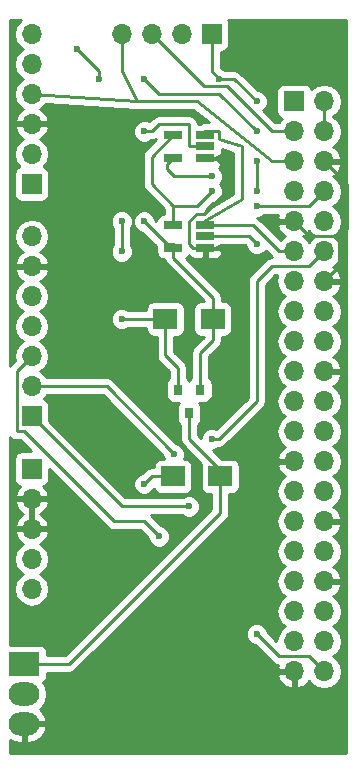
<source format=gbr>
G04 #@! TF.FileFunction,Copper,L2,Bot,Signal*
%FSLAX46Y46*%
G04 Gerber Fmt 4.6, Leading zero omitted, Abs format (unit mm)*
G04 Created by KiCad (PCBNEW 4.0.7) date Thursday, August 30, 2018 'PMt' 07:12:51 PM*
%MOMM*%
%LPD*%
G01*
G04 APERTURE LIST*
%ADD10C,0.100000*%
%ADD11R,2.000000X1.700000*%
%ADD12R,1.700000X1.700000*%
%ADD13O,1.700000X1.700000*%
%ADD14R,0.800000X0.900000*%
%ADD15R,1.560000X0.650000*%
%ADD16R,2.600000X2.000000*%
%ADD17O,2.600000X2.000000*%
%ADD18C,0.600000*%
%ADD19C,0.250000*%
%ADD20C,0.254000*%
G04 APERTURE END LIST*
D10*
D11*
X148495000Y-93980000D03*
X152495000Y-93980000D03*
X147860000Y-80645000D03*
X151860000Y-80645000D03*
D12*
X158750000Y-62230000D03*
D13*
X161290000Y-62230000D03*
X158750000Y-64770000D03*
X161290000Y-64770000D03*
X158750000Y-67310000D03*
X161290000Y-67310000D03*
X158750000Y-69850000D03*
X161290000Y-69850000D03*
X158750000Y-72390000D03*
X161290000Y-72390000D03*
X158750000Y-74930000D03*
X161290000Y-74930000D03*
X158750000Y-77470000D03*
X161290000Y-77470000D03*
X158750000Y-80010000D03*
X161290000Y-80010000D03*
X158750000Y-82550000D03*
X161290000Y-82550000D03*
X158750000Y-85090000D03*
X161290000Y-85090000D03*
X158750000Y-87630000D03*
X161290000Y-87630000D03*
X158750000Y-90170000D03*
X161290000Y-90170000D03*
X158750000Y-92710000D03*
X161290000Y-92710000D03*
X158750000Y-95250000D03*
X161290000Y-95250000D03*
X158750000Y-97790000D03*
X161290000Y-97790000D03*
X158750000Y-100330000D03*
X161290000Y-100330000D03*
X158750000Y-102870000D03*
X161290000Y-102870000D03*
X158750000Y-105410000D03*
X161290000Y-105410000D03*
X158750000Y-107950000D03*
X161290000Y-107950000D03*
X158750000Y-110490000D03*
X161290000Y-110490000D03*
D14*
X148910000Y-86630000D03*
X150810000Y-86630000D03*
X149860000Y-88630000D03*
D15*
X151210000Y-65090000D03*
X151210000Y-66040000D03*
X151210000Y-66990000D03*
X148510000Y-66990000D03*
X148510000Y-65090000D03*
X151210000Y-72710000D03*
X151210000Y-73660000D03*
X151210000Y-74610000D03*
X148510000Y-74610000D03*
X148510000Y-72710000D03*
D12*
X136525000Y-69215000D03*
D13*
X136525000Y-66675000D03*
X136525000Y-64135000D03*
X136525000Y-61595000D03*
X136525000Y-59055000D03*
X136525000Y-56515000D03*
D12*
X136525000Y-88900000D03*
D13*
X136525000Y-86360000D03*
X136525000Y-83820000D03*
X136525000Y-81280000D03*
X136525000Y-78740000D03*
X136525000Y-76200000D03*
X136525000Y-73660000D03*
D16*
X135890000Y-109855000D03*
D17*
X135890000Y-112395000D03*
X135890000Y-114935000D03*
D12*
X136525000Y-93345000D03*
D13*
X136525000Y-95885000D03*
X136525000Y-98425000D03*
X136525000Y-100965000D03*
X136525000Y-103505000D03*
D12*
X151765000Y-56515000D03*
D13*
X149225000Y-56515000D03*
X146685000Y-56515000D03*
X144145000Y-56515000D03*
D18*
X154305000Y-85090000D03*
X146050000Y-94615000D03*
X144145000Y-80645000D03*
X144145000Y-74930000D03*
X144145000Y-72390000D03*
X152400000Y-60325000D03*
X155575000Y-62230000D03*
X151765000Y-68580000D03*
X148590000Y-92075000D03*
X151765000Y-90805000D03*
X155575000Y-69850000D03*
X155575000Y-67310000D03*
X155575000Y-64770000D03*
X146050000Y-60325000D03*
X142240000Y-60325000D03*
X140335000Y-57785000D03*
X149860000Y-96520000D03*
X155575000Y-107315000D03*
X147320000Y-99060000D03*
X155575000Y-71120000D03*
X155575000Y-74295000D03*
X146050000Y-64770000D03*
X146050000Y-72390000D03*
X151765000Y-69850000D03*
D19*
X151210000Y-66990000D02*
X152080000Y-66990000D01*
X150175000Y-74610000D02*
X151210000Y-74610000D01*
X149860000Y-74295000D02*
X150175000Y-74610000D01*
X149860000Y-72390000D02*
X149860000Y-74295000D01*
X150495000Y-71755000D02*
X149860000Y-72390000D01*
X151130000Y-71755000D02*
X150495000Y-71755000D01*
X153035000Y-69850000D02*
X151130000Y-71755000D01*
X153035000Y-67945000D02*
X153035000Y-69850000D01*
X152080000Y-66990000D02*
X153035000Y-67945000D01*
X158750000Y-72390000D02*
X160020000Y-73660000D01*
X160020000Y-73660000D02*
X162560000Y-73660000D01*
X162560000Y-73660000D02*
X163195000Y-73025000D01*
X163195000Y-73025000D02*
X163195000Y-69215000D01*
X163195000Y-69215000D02*
X161290000Y-67310000D01*
X151210000Y-74610000D02*
X151210000Y-76915000D01*
X154305000Y-80010000D02*
X154305000Y-85090000D01*
X151210000Y-76915000D02*
X154305000Y-80010000D01*
X160020000Y-73660000D02*
X162560000Y-73660000D01*
X162560000Y-73660000D02*
X162560000Y-76200000D01*
X162560000Y-76200000D02*
X161290000Y-77470000D01*
X161290000Y-64770000D02*
X161290000Y-62230000D01*
X148495000Y-93980000D02*
X146685000Y-93980000D01*
X146685000Y-93980000D02*
X146050000Y-94615000D01*
X146685000Y-56515000D02*
X151130000Y-60960000D01*
X156845000Y-64770000D02*
X158750000Y-64770000D01*
X153035000Y-60960000D02*
X156845000Y-64770000D01*
X151130000Y-60960000D02*
X153035000Y-60960000D01*
X144145000Y-56515000D02*
X144145000Y-59690000D01*
X144145000Y-59690000D02*
X145415000Y-62230000D01*
X158750000Y-67310000D02*
X156845000Y-67310000D01*
X150495000Y-62230000D02*
X145415000Y-62230000D01*
X145415000Y-62230000D02*
X136525000Y-61595000D01*
X156845000Y-67310000D02*
X150495000Y-62230000D01*
X151765000Y-56515000D02*
X151765000Y-59690000D01*
X151765000Y-59690000D02*
X152400000Y-60325000D01*
X147860000Y-80645000D02*
X144145000Y-80645000D01*
X148910000Y-86630000D02*
X148910000Y-84775000D01*
X147860000Y-83725000D02*
X147860000Y-80645000D01*
X148910000Y-84775000D02*
X147860000Y-83725000D01*
X144145000Y-74930000D02*
X144145000Y-72390000D01*
X153670000Y-60325000D02*
X152400000Y-60325000D01*
X155575000Y-62230000D02*
X153670000Y-60325000D01*
X147955000Y-67545000D02*
X148510000Y-66990000D01*
X147955000Y-67945000D02*
X147955000Y-67545000D01*
X148590000Y-68580000D02*
X147955000Y-67945000D01*
X151765000Y-68580000D02*
X148590000Y-68580000D01*
X161290000Y-74930000D02*
X160020000Y-76200000D01*
X142875000Y-86360000D02*
X136525000Y-86360000D01*
X148590000Y-92075000D02*
X142875000Y-86360000D01*
X152400000Y-90805000D02*
X151765000Y-90805000D01*
X155575000Y-87630000D02*
X152400000Y-90805000D01*
X155575000Y-77470000D02*
X155575000Y-87630000D01*
X156845000Y-76200000D02*
X155575000Y-77470000D01*
X160020000Y-76200000D02*
X156845000Y-76200000D01*
X155575000Y-67310000D02*
X155575000Y-69850000D01*
X152400000Y-61595000D02*
X155575000Y-64770000D01*
X147320000Y-61595000D02*
X152400000Y-61595000D01*
X146050000Y-60325000D02*
X147320000Y-61595000D01*
X142240000Y-59690000D02*
X142240000Y-60325000D01*
X140335000Y-57785000D02*
X142240000Y-59690000D01*
X136525000Y-88900000D02*
X144145000Y-96520000D01*
X144145000Y-96520000D02*
X149860000Y-96520000D01*
X161290000Y-110490000D02*
X160020000Y-109220000D01*
X160020000Y-109220000D02*
X157480000Y-109220000D01*
X157480000Y-109220000D02*
X155575000Y-107315000D01*
X147320000Y-99060000D02*
X146050000Y-97790000D01*
X146050000Y-97790000D02*
X143510000Y-97790000D01*
X143510000Y-97790000D02*
X135890000Y-90170000D01*
X135890000Y-90170000D02*
X135255000Y-90170000D01*
X135255000Y-90170000D02*
X135255000Y-85090000D01*
X135255000Y-85090000D02*
X136525000Y-83820000D01*
X151210000Y-73660000D02*
X154940000Y-73660000D01*
X160020000Y-71120000D02*
X161290000Y-69850000D01*
X155575000Y-71120000D02*
X160020000Y-71120000D01*
X154940000Y-73660000D02*
X155575000Y-74295000D01*
X135890000Y-109855000D02*
X139700000Y-109855000D01*
X152495000Y-97060000D02*
X152495000Y-93440000D01*
X139700000Y-109855000D02*
X152495000Y-97060000D01*
X152495000Y-93440000D02*
X149860000Y-90805000D01*
X149860000Y-90805000D02*
X149860000Y-88630000D01*
X151130000Y-72390000D02*
X154305000Y-70485000D01*
X154305000Y-70485000D02*
X154305000Y-66040000D01*
X154305000Y-66040000D02*
X152400000Y-65405000D01*
X152400000Y-65405000D02*
X152400000Y-64770000D01*
X152400000Y-64770000D02*
X151130000Y-64770000D01*
X151210000Y-72710000D02*
X155260000Y-72710000D01*
X157480000Y-74930000D02*
X158750000Y-74930000D01*
X155260000Y-72710000D02*
X157480000Y-74930000D01*
X151210000Y-66040000D02*
X149860000Y-66040000D01*
X149860000Y-66040000D02*
X149860000Y-64135000D01*
X149860000Y-64135000D02*
X147320000Y-64135000D01*
X147320000Y-64135000D02*
X146685000Y-64770000D01*
X146685000Y-64770000D02*
X146050000Y-64770000D01*
X146050000Y-72390000D02*
X147955000Y-74295000D01*
X147955000Y-74295000D02*
X148590000Y-74295000D01*
X148590000Y-74295000D02*
X148510000Y-74610000D01*
X148510000Y-74610000D02*
X148510000Y-75485000D01*
X151860000Y-78835000D02*
X151860000Y-80645000D01*
X148510000Y-75485000D02*
X151860000Y-78835000D01*
X150810000Y-86630000D02*
X150810000Y-83505000D01*
X151860000Y-82455000D02*
X151860000Y-80645000D01*
X150810000Y-83505000D02*
X151860000Y-82455000D01*
X150495000Y-71120000D02*
X148510000Y-71120000D01*
X151765000Y-69850000D02*
X150495000Y-71120000D01*
X148510000Y-72710000D02*
X148510000Y-71120000D01*
X148510000Y-71120000D02*
X148510000Y-71040000D01*
X146685000Y-66915000D02*
X148510000Y-65090000D01*
X146685000Y-69215000D02*
X146685000Y-66915000D01*
X148510000Y-71040000D02*
X146685000Y-69215000D01*
D20*
G36*
X163120000Y-117400000D02*
X134695000Y-117400000D01*
X134695000Y-116277382D01*
X134846980Y-116396942D01*
X135463000Y-116570000D01*
X135763000Y-116570000D01*
X135763000Y-115062000D01*
X136017000Y-115062000D01*
X136017000Y-116570000D01*
X136317000Y-116570000D01*
X136933020Y-116396942D01*
X137435922Y-116001317D01*
X137749144Y-115443355D01*
X137780124Y-115315434D01*
X137660777Y-115062000D01*
X136017000Y-115062000D01*
X135763000Y-115062000D01*
X135743000Y-115062000D01*
X135743000Y-114808000D01*
X135763000Y-114808000D01*
X135763000Y-114788000D01*
X136017000Y-114788000D01*
X136017000Y-114808000D01*
X137660777Y-114808000D01*
X137780124Y-114554566D01*
X137749144Y-114426645D01*
X137435922Y-113868683D01*
X137193812Y-113678219D01*
X137384029Y-113551120D01*
X137738452Y-113020687D01*
X137862909Y-112395000D01*
X137738452Y-111769313D01*
X137498907Y-111410808D01*
X137641441Y-111319090D01*
X137786431Y-111106890D01*
X137837440Y-110855000D01*
X137837440Y-110846890D01*
X157308524Y-110846890D01*
X157478355Y-111256924D01*
X157868642Y-111685183D01*
X158393108Y-111931486D01*
X158623000Y-111810819D01*
X158623000Y-110617000D01*
X157429845Y-110617000D01*
X157308524Y-110846890D01*
X137837440Y-110846890D01*
X137837440Y-110615000D01*
X139700000Y-110615000D01*
X139990839Y-110557148D01*
X140237401Y-110392401D01*
X153032401Y-97597401D01*
X153197148Y-97350839D01*
X153255000Y-97060000D01*
X153255000Y-95477440D01*
X153495000Y-95477440D01*
X153730317Y-95433162D01*
X153946441Y-95294090D01*
X154091431Y-95081890D01*
X154142440Y-94830000D01*
X154142440Y-93130000D01*
X154098162Y-92894683D01*
X153959090Y-92678559D01*
X153746890Y-92533569D01*
X153495000Y-92482560D01*
X152612362Y-92482560D01*
X151869894Y-91740092D01*
X151950167Y-91740162D01*
X152293943Y-91598117D01*
X152327118Y-91565000D01*
X152400000Y-91565000D01*
X152690839Y-91507148D01*
X152937401Y-91342401D01*
X156112401Y-88167401D01*
X156277148Y-87920839D01*
X156335000Y-87630000D01*
X156335000Y-77784802D01*
X157159802Y-76960000D01*
X157337352Y-76960000D01*
X157235907Y-77470000D01*
X157348946Y-78038285D01*
X157670853Y-78520054D01*
X158000026Y-78740000D01*
X157670853Y-78959946D01*
X157348946Y-79441715D01*
X157235907Y-80010000D01*
X157348946Y-80578285D01*
X157670853Y-81060054D01*
X158000026Y-81280000D01*
X157670853Y-81499946D01*
X157348946Y-81981715D01*
X157235907Y-82550000D01*
X157348946Y-83118285D01*
X157670853Y-83600054D01*
X158000026Y-83820000D01*
X157670853Y-84039946D01*
X157348946Y-84521715D01*
X157235907Y-85090000D01*
X157348946Y-85658285D01*
X157670853Y-86140054D01*
X158000026Y-86360000D01*
X157670853Y-86579946D01*
X157348946Y-87061715D01*
X157235907Y-87630000D01*
X157348946Y-88198285D01*
X157670853Y-88680054D01*
X158000026Y-88900000D01*
X157670853Y-89119946D01*
X157348946Y-89601715D01*
X157235907Y-90170000D01*
X157348946Y-90738285D01*
X157670853Y-91220054D01*
X158011553Y-91447702D01*
X157868642Y-91514817D01*
X157478355Y-91943076D01*
X157308524Y-92353110D01*
X157429845Y-92583000D01*
X158623000Y-92583000D01*
X158623000Y-92563000D01*
X158877000Y-92563000D01*
X158877000Y-92583000D01*
X158897000Y-92583000D01*
X158897000Y-92837000D01*
X158877000Y-92837000D01*
X158877000Y-92857000D01*
X158623000Y-92857000D01*
X158623000Y-92837000D01*
X157429845Y-92837000D01*
X157308524Y-93066890D01*
X157478355Y-93476924D01*
X157868642Y-93905183D01*
X158011553Y-93972298D01*
X157670853Y-94199946D01*
X157348946Y-94681715D01*
X157235907Y-95250000D01*
X157348946Y-95818285D01*
X157670853Y-96300054D01*
X158000026Y-96520000D01*
X157670853Y-96739946D01*
X157348946Y-97221715D01*
X157235907Y-97790000D01*
X157348946Y-98358285D01*
X157670853Y-98840054D01*
X158000026Y-99060000D01*
X157670853Y-99279946D01*
X157348946Y-99761715D01*
X157235907Y-100330000D01*
X157348946Y-100898285D01*
X157670853Y-101380054D01*
X158000026Y-101600000D01*
X157670853Y-101819946D01*
X157348946Y-102301715D01*
X157235907Y-102870000D01*
X157348946Y-103438285D01*
X157670853Y-103920054D01*
X158000026Y-104140000D01*
X157670853Y-104359946D01*
X157348946Y-104841715D01*
X157235907Y-105410000D01*
X157348946Y-105978285D01*
X157670853Y-106460054D01*
X158000026Y-106680000D01*
X157670853Y-106899946D01*
X157348946Y-107381715D01*
X157244019Y-107909217D01*
X156510122Y-107175320D01*
X156510162Y-107129833D01*
X156368117Y-106786057D01*
X156105327Y-106522808D01*
X155761799Y-106380162D01*
X155389833Y-106379838D01*
X155046057Y-106521883D01*
X154782808Y-106784673D01*
X154640162Y-107128201D01*
X154639838Y-107500167D01*
X154781883Y-107843943D01*
X155044673Y-108107192D01*
X155388201Y-108249838D01*
X155435077Y-108249879D01*
X156942599Y-109757401D01*
X157189161Y-109922148D01*
X157380165Y-109960141D01*
X157308524Y-110133110D01*
X157429845Y-110363000D01*
X158623000Y-110363000D01*
X158623000Y-110343000D01*
X158877000Y-110343000D01*
X158877000Y-110363000D01*
X158897000Y-110363000D01*
X158897000Y-110617000D01*
X158877000Y-110617000D01*
X158877000Y-111810819D01*
X159106892Y-111931486D01*
X159631358Y-111685183D01*
X160021645Y-111256924D01*
X160021655Y-111256899D01*
X160210853Y-111540054D01*
X160692622Y-111861961D01*
X161260907Y-111975000D01*
X161319093Y-111975000D01*
X161887378Y-111861961D01*
X162369147Y-111540054D01*
X162691054Y-111058285D01*
X162804093Y-110490000D01*
X162691054Y-109921715D01*
X162369147Y-109439946D01*
X162039974Y-109220000D01*
X162369147Y-109000054D01*
X162691054Y-108518285D01*
X162804093Y-107950000D01*
X162691054Y-107381715D01*
X162369147Y-106899946D01*
X162039974Y-106680000D01*
X162369147Y-106460054D01*
X162691054Y-105978285D01*
X162804093Y-105410000D01*
X162691054Y-104841715D01*
X162369147Y-104359946D01*
X162028447Y-104132298D01*
X162171358Y-104065183D01*
X162561645Y-103636924D01*
X162731476Y-103226890D01*
X162610155Y-102997000D01*
X161417000Y-102997000D01*
X161417000Y-103017000D01*
X161163000Y-103017000D01*
X161163000Y-102997000D01*
X161143000Y-102997000D01*
X161143000Y-102743000D01*
X161163000Y-102743000D01*
X161163000Y-102723000D01*
X161417000Y-102723000D01*
X161417000Y-102743000D01*
X162610155Y-102743000D01*
X162731476Y-102513110D01*
X162561645Y-102103076D01*
X162171358Y-101674817D01*
X162028447Y-101607702D01*
X162369147Y-101380054D01*
X162691054Y-100898285D01*
X162804093Y-100330000D01*
X162691054Y-99761715D01*
X162369147Y-99279946D01*
X162028447Y-99052298D01*
X162171358Y-98985183D01*
X162561645Y-98556924D01*
X162731476Y-98146890D01*
X162610155Y-97917000D01*
X161417000Y-97917000D01*
X161417000Y-97937000D01*
X161163000Y-97937000D01*
X161163000Y-97917000D01*
X161143000Y-97917000D01*
X161143000Y-97663000D01*
X161163000Y-97663000D01*
X161163000Y-97643000D01*
X161417000Y-97643000D01*
X161417000Y-97663000D01*
X162610155Y-97663000D01*
X162731476Y-97433110D01*
X162561645Y-97023076D01*
X162171358Y-96594817D01*
X162028447Y-96527702D01*
X162369147Y-96300054D01*
X162691054Y-95818285D01*
X162804093Y-95250000D01*
X162691054Y-94681715D01*
X162369147Y-94199946D01*
X162039974Y-93980000D01*
X162369147Y-93760054D01*
X162691054Y-93278285D01*
X162804093Y-92710000D01*
X162691054Y-92141715D01*
X162369147Y-91659946D01*
X162039974Y-91440000D01*
X162369147Y-91220054D01*
X162691054Y-90738285D01*
X162804093Y-90170000D01*
X162691054Y-89601715D01*
X162369147Y-89119946D01*
X162039974Y-88900000D01*
X162369147Y-88680054D01*
X162691054Y-88198285D01*
X162804093Y-87630000D01*
X162691054Y-87061715D01*
X162369147Y-86579946D01*
X162028447Y-86352298D01*
X162171358Y-86285183D01*
X162561645Y-85856924D01*
X162731476Y-85446890D01*
X162610155Y-85217000D01*
X161417000Y-85217000D01*
X161417000Y-85237000D01*
X161163000Y-85237000D01*
X161163000Y-85217000D01*
X161143000Y-85217000D01*
X161143000Y-84963000D01*
X161163000Y-84963000D01*
X161163000Y-84943000D01*
X161417000Y-84943000D01*
X161417000Y-84963000D01*
X162610155Y-84963000D01*
X162731476Y-84733110D01*
X162561645Y-84323076D01*
X162171358Y-83894817D01*
X162028447Y-83827702D01*
X162369147Y-83600054D01*
X162691054Y-83118285D01*
X162804093Y-82550000D01*
X162691054Y-81981715D01*
X162369147Y-81499946D01*
X162039974Y-81280000D01*
X162369147Y-81060054D01*
X162691054Y-80578285D01*
X162804093Y-80010000D01*
X162691054Y-79441715D01*
X162369147Y-78959946D01*
X162028447Y-78732298D01*
X162171358Y-78665183D01*
X162561645Y-78236924D01*
X162731476Y-77826890D01*
X162610155Y-77597000D01*
X161417000Y-77597000D01*
X161417000Y-77617000D01*
X161163000Y-77617000D01*
X161163000Y-77597000D01*
X161143000Y-77597000D01*
X161143000Y-77343000D01*
X161163000Y-77343000D01*
X161163000Y-77323000D01*
X161417000Y-77323000D01*
X161417000Y-77343000D01*
X162610155Y-77343000D01*
X162731476Y-77113110D01*
X162561645Y-76703076D01*
X162171358Y-76274817D01*
X162028447Y-76207702D01*
X162369147Y-75980054D01*
X162691054Y-75498285D01*
X162804093Y-74930000D01*
X162691054Y-74361715D01*
X162369147Y-73879946D01*
X162039974Y-73660000D01*
X162369147Y-73440054D01*
X162691054Y-72958285D01*
X162804093Y-72390000D01*
X162691054Y-71821715D01*
X162369147Y-71339946D01*
X162039974Y-71120000D01*
X162369147Y-70900054D01*
X162691054Y-70418285D01*
X162804093Y-69850000D01*
X162691054Y-69281715D01*
X162369147Y-68799946D01*
X162028447Y-68572298D01*
X162171358Y-68505183D01*
X162561645Y-68076924D01*
X162731476Y-67666890D01*
X162610155Y-67437000D01*
X161417000Y-67437000D01*
X161417000Y-67457000D01*
X161163000Y-67457000D01*
X161163000Y-67437000D01*
X161143000Y-67437000D01*
X161143000Y-67183000D01*
X161163000Y-67183000D01*
X161163000Y-67163000D01*
X161417000Y-67163000D01*
X161417000Y-67183000D01*
X162610155Y-67183000D01*
X162731476Y-66953110D01*
X162561645Y-66543076D01*
X162171358Y-66114817D01*
X162028447Y-66047702D01*
X162369147Y-65820054D01*
X162691054Y-65338285D01*
X162804093Y-64770000D01*
X162691054Y-64201715D01*
X162369147Y-63719946D01*
X162050000Y-63506699D01*
X162050000Y-63493301D01*
X162369147Y-63280054D01*
X162691054Y-62798285D01*
X162804093Y-62230000D01*
X162691054Y-61661715D01*
X162369147Y-61179946D01*
X161887378Y-60858039D01*
X161319093Y-60745000D01*
X161260907Y-60745000D01*
X160692622Y-60858039D01*
X160210853Y-61179946D01*
X160210029Y-61181179D01*
X160203162Y-61144683D01*
X160064090Y-60928559D01*
X159851890Y-60783569D01*
X159600000Y-60732560D01*
X157900000Y-60732560D01*
X157664683Y-60776838D01*
X157448559Y-60915910D01*
X157303569Y-61128110D01*
X157252560Y-61380000D01*
X157252560Y-63080000D01*
X157296838Y-63315317D01*
X157435910Y-63531441D01*
X157648110Y-63676431D01*
X157715541Y-63690086D01*
X157670853Y-63719946D01*
X157477046Y-64010000D01*
X157159802Y-64010000D01*
X156138461Y-62988659D01*
X156367192Y-62760327D01*
X156509838Y-62416799D01*
X156510162Y-62044833D01*
X156368117Y-61701057D01*
X156105327Y-61437808D01*
X155761799Y-61295162D01*
X155714923Y-61295121D01*
X154207401Y-59787599D01*
X153960839Y-59622852D01*
X153670000Y-59565000D01*
X152962463Y-59565000D01*
X152930327Y-59532808D01*
X152586799Y-59390162D01*
X152539923Y-59390121D01*
X152525000Y-59375198D01*
X152525000Y-58012440D01*
X152615000Y-58012440D01*
X152850317Y-57968162D01*
X153066441Y-57829090D01*
X153211431Y-57616890D01*
X153262440Y-57365000D01*
X153262440Y-55665000D01*
X153218162Y-55429683D01*
X153147583Y-55320000D01*
X163120000Y-55320000D01*
X163120000Y-117400000D01*
X163120000Y-117400000D01*
G37*
X163120000Y-117400000D02*
X134695000Y-117400000D01*
X134695000Y-116277382D01*
X134846980Y-116396942D01*
X135463000Y-116570000D01*
X135763000Y-116570000D01*
X135763000Y-115062000D01*
X136017000Y-115062000D01*
X136017000Y-116570000D01*
X136317000Y-116570000D01*
X136933020Y-116396942D01*
X137435922Y-116001317D01*
X137749144Y-115443355D01*
X137780124Y-115315434D01*
X137660777Y-115062000D01*
X136017000Y-115062000D01*
X135763000Y-115062000D01*
X135743000Y-115062000D01*
X135743000Y-114808000D01*
X135763000Y-114808000D01*
X135763000Y-114788000D01*
X136017000Y-114788000D01*
X136017000Y-114808000D01*
X137660777Y-114808000D01*
X137780124Y-114554566D01*
X137749144Y-114426645D01*
X137435922Y-113868683D01*
X137193812Y-113678219D01*
X137384029Y-113551120D01*
X137738452Y-113020687D01*
X137862909Y-112395000D01*
X137738452Y-111769313D01*
X137498907Y-111410808D01*
X137641441Y-111319090D01*
X137786431Y-111106890D01*
X137837440Y-110855000D01*
X137837440Y-110846890D01*
X157308524Y-110846890D01*
X157478355Y-111256924D01*
X157868642Y-111685183D01*
X158393108Y-111931486D01*
X158623000Y-111810819D01*
X158623000Y-110617000D01*
X157429845Y-110617000D01*
X157308524Y-110846890D01*
X137837440Y-110846890D01*
X137837440Y-110615000D01*
X139700000Y-110615000D01*
X139990839Y-110557148D01*
X140237401Y-110392401D01*
X153032401Y-97597401D01*
X153197148Y-97350839D01*
X153255000Y-97060000D01*
X153255000Y-95477440D01*
X153495000Y-95477440D01*
X153730317Y-95433162D01*
X153946441Y-95294090D01*
X154091431Y-95081890D01*
X154142440Y-94830000D01*
X154142440Y-93130000D01*
X154098162Y-92894683D01*
X153959090Y-92678559D01*
X153746890Y-92533569D01*
X153495000Y-92482560D01*
X152612362Y-92482560D01*
X151869894Y-91740092D01*
X151950167Y-91740162D01*
X152293943Y-91598117D01*
X152327118Y-91565000D01*
X152400000Y-91565000D01*
X152690839Y-91507148D01*
X152937401Y-91342401D01*
X156112401Y-88167401D01*
X156277148Y-87920839D01*
X156335000Y-87630000D01*
X156335000Y-77784802D01*
X157159802Y-76960000D01*
X157337352Y-76960000D01*
X157235907Y-77470000D01*
X157348946Y-78038285D01*
X157670853Y-78520054D01*
X158000026Y-78740000D01*
X157670853Y-78959946D01*
X157348946Y-79441715D01*
X157235907Y-80010000D01*
X157348946Y-80578285D01*
X157670853Y-81060054D01*
X158000026Y-81280000D01*
X157670853Y-81499946D01*
X157348946Y-81981715D01*
X157235907Y-82550000D01*
X157348946Y-83118285D01*
X157670853Y-83600054D01*
X158000026Y-83820000D01*
X157670853Y-84039946D01*
X157348946Y-84521715D01*
X157235907Y-85090000D01*
X157348946Y-85658285D01*
X157670853Y-86140054D01*
X158000026Y-86360000D01*
X157670853Y-86579946D01*
X157348946Y-87061715D01*
X157235907Y-87630000D01*
X157348946Y-88198285D01*
X157670853Y-88680054D01*
X158000026Y-88900000D01*
X157670853Y-89119946D01*
X157348946Y-89601715D01*
X157235907Y-90170000D01*
X157348946Y-90738285D01*
X157670853Y-91220054D01*
X158011553Y-91447702D01*
X157868642Y-91514817D01*
X157478355Y-91943076D01*
X157308524Y-92353110D01*
X157429845Y-92583000D01*
X158623000Y-92583000D01*
X158623000Y-92563000D01*
X158877000Y-92563000D01*
X158877000Y-92583000D01*
X158897000Y-92583000D01*
X158897000Y-92837000D01*
X158877000Y-92837000D01*
X158877000Y-92857000D01*
X158623000Y-92857000D01*
X158623000Y-92837000D01*
X157429845Y-92837000D01*
X157308524Y-93066890D01*
X157478355Y-93476924D01*
X157868642Y-93905183D01*
X158011553Y-93972298D01*
X157670853Y-94199946D01*
X157348946Y-94681715D01*
X157235907Y-95250000D01*
X157348946Y-95818285D01*
X157670853Y-96300054D01*
X158000026Y-96520000D01*
X157670853Y-96739946D01*
X157348946Y-97221715D01*
X157235907Y-97790000D01*
X157348946Y-98358285D01*
X157670853Y-98840054D01*
X158000026Y-99060000D01*
X157670853Y-99279946D01*
X157348946Y-99761715D01*
X157235907Y-100330000D01*
X157348946Y-100898285D01*
X157670853Y-101380054D01*
X158000026Y-101600000D01*
X157670853Y-101819946D01*
X157348946Y-102301715D01*
X157235907Y-102870000D01*
X157348946Y-103438285D01*
X157670853Y-103920054D01*
X158000026Y-104140000D01*
X157670853Y-104359946D01*
X157348946Y-104841715D01*
X157235907Y-105410000D01*
X157348946Y-105978285D01*
X157670853Y-106460054D01*
X158000026Y-106680000D01*
X157670853Y-106899946D01*
X157348946Y-107381715D01*
X157244019Y-107909217D01*
X156510122Y-107175320D01*
X156510162Y-107129833D01*
X156368117Y-106786057D01*
X156105327Y-106522808D01*
X155761799Y-106380162D01*
X155389833Y-106379838D01*
X155046057Y-106521883D01*
X154782808Y-106784673D01*
X154640162Y-107128201D01*
X154639838Y-107500167D01*
X154781883Y-107843943D01*
X155044673Y-108107192D01*
X155388201Y-108249838D01*
X155435077Y-108249879D01*
X156942599Y-109757401D01*
X157189161Y-109922148D01*
X157380165Y-109960141D01*
X157308524Y-110133110D01*
X157429845Y-110363000D01*
X158623000Y-110363000D01*
X158623000Y-110343000D01*
X158877000Y-110343000D01*
X158877000Y-110363000D01*
X158897000Y-110363000D01*
X158897000Y-110617000D01*
X158877000Y-110617000D01*
X158877000Y-111810819D01*
X159106892Y-111931486D01*
X159631358Y-111685183D01*
X160021645Y-111256924D01*
X160021655Y-111256899D01*
X160210853Y-111540054D01*
X160692622Y-111861961D01*
X161260907Y-111975000D01*
X161319093Y-111975000D01*
X161887378Y-111861961D01*
X162369147Y-111540054D01*
X162691054Y-111058285D01*
X162804093Y-110490000D01*
X162691054Y-109921715D01*
X162369147Y-109439946D01*
X162039974Y-109220000D01*
X162369147Y-109000054D01*
X162691054Y-108518285D01*
X162804093Y-107950000D01*
X162691054Y-107381715D01*
X162369147Y-106899946D01*
X162039974Y-106680000D01*
X162369147Y-106460054D01*
X162691054Y-105978285D01*
X162804093Y-105410000D01*
X162691054Y-104841715D01*
X162369147Y-104359946D01*
X162028447Y-104132298D01*
X162171358Y-104065183D01*
X162561645Y-103636924D01*
X162731476Y-103226890D01*
X162610155Y-102997000D01*
X161417000Y-102997000D01*
X161417000Y-103017000D01*
X161163000Y-103017000D01*
X161163000Y-102997000D01*
X161143000Y-102997000D01*
X161143000Y-102743000D01*
X161163000Y-102743000D01*
X161163000Y-102723000D01*
X161417000Y-102723000D01*
X161417000Y-102743000D01*
X162610155Y-102743000D01*
X162731476Y-102513110D01*
X162561645Y-102103076D01*
X162171358Y-101674817D01*
X162028447Y-101607702D01*
X162369147Y-101380054D01*
X162691054Y-100898285D01*
X162804093Y-100330000D01*
X162691054Y-99761715D01*
X162369147Y-99279946D01*
X162028447Y-99052298D01*
X162171358Y-98985183D01*
X162561645Y-98556924D01*
X162731476Y-98146890D01*
X162610155Y-97917000D01*
X161417000Y-97917000D01*
X161417000Y-97937000D01*
X161163000Y-97937000D01*
X161163000Y-97917000D01*
X161143000Y-97917000D01*
X161143000Y-97663000D01*
X161163000Y-97663000D01*
X161163000Y-97643000D01*
X161417000Y-97643000D01*
X161417000Y-97663000D01*
X162610155Y-97663000D01*
X162731476Y-97433110D01*
X162561645Y-97023076D01*
X162171358Y-96594817D01*
X162028447Y-96527702D01*
X162369147Y-96300054D01*
X162691054Y-95818285D01*
X162804093Y-95250000D01*
X162691054Y-94681715D01*
X162369147Y-94199946D01*
X162039974Y-93980000D01*
X162369147Y-93760054D01*
X162691054Y-93278285D01*
X162804093Y-92710000D01*
X162691054Y-92141715D01*
X162369147Y-91659946D01*
X162039974Y-91440000D01*
X162369147Y-91220054D01*
X162691054Y-90738285D01*
X162804093Y-90170000D01*
X162691054Y-89601715D01*
X162369147Y-89119946D01*
X162039974Y-88900000D01*
X162369147Y-88680054D01*
X162691054Y-88198285D01*
X162804093Y-87630000D01*
X162691054Y-87061715D01*
X162369147Y-86579946D01*
X162028447Y-86352298D01*
X162171358Y-86285183D01*
X162561645Y-85856924D01*
X162731476Y-85446890D01*
X162610155Y-85217000D01*
X161417000Y-85217000D01*
X161417000Y-85237000D01*
X161163000Y-85237000D01*
X161163000Y-85217000D01*
X161143000Y-85217000D01*
X161143000Y-84963000D01*
X161163000Y-84963000D01*
X161163000Y-84943000D01*
X161417000Y-84943000D01*
X161417000Y-84963000D01*
X162610155Y-84963000D01*
X162731476Y-84733110D01*
X162561645Y-84323076D01*
X162171358Y-83894817D01*
X162028447Y-83827702D01*
X162369147Y-83600054D01*
X162691054Y-83118285D01*
X162804093Y-82550000D01*
X162691054Y-81981715D01*
X162369147Y-81499946D01*
X162039974Y-81280000D01*
X162369147Y-81060054D01*
X162691054Y-80578285D01*
X162804093Y-80010000D01*
X162691054Y-79441715D01*
X162369147Y-78959946D01*
X162028447Y-78732298D01*
X162171358Y-78665183D01*
X162561645Y-78236924D01*
X162731476Y-77826890D01*
X162610155Y-77597000D01*
X161417000Y-77597000D01*
X161417000Y-77617000D01*
X161163000Y-77617000D01*
X161163000Y-77597000D01*
X161143000Y-77597000D01*
X161143000Y-77343000D01*
X161163000Y-77343000D01*
X161163000Y-77323000D01*
X161417000Y-77323000D01*
X161417000Y-77343000D01*
X162610155Y-77343000D01*
X162731476Y-77113110D01*
X162561645Y-76703076D01*
X162171358Y-76274817D01*
X162028447Y-76207702D01*
X162369147Y-75980054D01*
X162691054Y-75498285D01*
X162804093Y-74930000D01*
X162691054Y-74361715D01*
X162369147Y-73879946D01*
X162039974Y-73660000D01*
X162369147Y-73440054D01*
X162691054Y-72958285D01*
X162804093Y-72390000D01*
X162691054Y-71821715D01*
X162369147Y-71339946D01*
X162039974Y-71120000D01*
X162369147Y-70900054D01*
X162691054Y-70418285D01*
X162804093Y-69850000D01*
X162691054Y-69281715D01*
X162369147Y-68799946D01*
X162028447Y-68572298D01*
X162171358Y-68505183D01*
X162561645Y-68076924D01*
X162731476Y-67666890D01*
X162610155Y-67437000D01*
X161417000Y-67437000D01*
X161417000Y-67457000D01*
X161163000Y-67457000D01*
X161163000Y-67437000D01*
X161143000Y-67437000D01*
X161143000Y-67183000D01*
X161163000Y-67183000D01*
X161163000Y-67163000D01*
X161417000Y-67163000D01*
X161417000Y-67183000D01*
X162610155Y-67183000D01*
X162731476Y-66953110D01*
X162561645Y-66543076D01*
X162171358Y-66114817D01*
X162028447Y-66047702D01*
X162369147Y-65820054D01*
X162691054Y-65338285D01*
X162804093Y-64770000D01*
X162691054Y-64201715D01*
X162369147Y-63719946D01*
X162050000Y-63506699D01*
X162050000Y-63493301D01*
X162369147Y-63280054D01*
X162691054Y-62798285D01*
X162804093Y-62230000D01*
X162691054Y-61661715D01*
X162369147Y-61179946D01*
X161887378Y-60858039D01*
X161319093Y-60745000D01*
X161260907Y-60745000D01*
X160692622Y-60858039D01*
X160210853Y-61179946D01*
X160210029Y-61181179D01*
X160203162Y-61144683D01*
X160064090Y-60928559D01*
X159851890Y-60783569D01*
X159600000Y-60732560D01*
X157900000Y-60732560D01*
X157664683Y-60776838D01*
X157448559Y-60915910D01*
X157303569Y-61128110D01*
X157252560Y-61380000D01*
X157252560Y-63080000D01*
X157296838Y-63315317D01*
X157435910Y-63531441D01*
X157648110Y-63676431D01*
X157715541Y-63690086D01*
X157670853Y-63719946D01*
X157477046Y-64010000D01*
X157159802Y-64010000D01*
X156138461Y-62988659D01*
X156367192Y-62760327D01*
X156509838Y-62416799D01*
X156510162Y-62044833D01*
X156368117Y-61701057D01*
X156105327Y-61437808D01*
X155761799Y-61295162D01*
X155714923Y-61295121D01*
X154207401Y-59787599D01*
X153960839Y-59622852D01*
X153670000Y-59565000D01*
X152962463Y-59565000D01*
X152930327Y-59532808D01*
X152586799Y-59390162D01*
X152539923Y-59390121D01*
X152525000Y-59375198D01*
X152525000Y-58012440D01*
X152615000Y-58012440D01*
X152850317Y-57968162D01*
X153066441Y-57829090D01*
X153211431Y-57616890D01*
X153262440Y-57365000D01*
X153262440Y-55665000D01*
X153218162Y-55429683D01*
X153147583Y-55320000D01*
X163120000Y-55320000D01*
X163120000Y-117400000D01*
G36*
X135445853Y-55464946D02*
X135123946Y-55946715D01*
X135010907Y-56515000D01*
X135123946Y-57083285D01*
X135445853Y-57565054D01*
X135775026Y-57785000D01*
X135445853Y-58004946D01*
X135123946Y-58486715D01*
X135010907Y-59055000D01*
X135123946Y-59623285D01*
X135445853Y-60105054D01*
X135775026Y-60325000D01*
X135445853Y-60544946D01*
X135123946Y-61026715D01*
X135010907Y-61595000D01*
X135123946Y-62163285D01*
X135445853Y-62645054D01*
X135786553Y-62872702D01*
X135643642Y-62939817D01*
X135253355Y-63368076D01*
X135083524Y-63778110D01*
X135204845Y-64008000D01*
X136398000Y-64008000D01*
X136398000Y-63988000D01*
X136652000Y-63988000D01*
X136652000Y-64008000D01*
X137845155Y-64008000D01*
X137966476Y-63778110D01*
X137796645Y-63368076D01*
X137406358Y-62939817D01*
X137263447Y-62872702D01*
X137604147Y-62645054D01*
X137738733Y-62443632D01*
X145360853Y-62988069D01*
X145388084Y-62984646D01*
X145415000Y-62990000D01*
X150228407Y-62990000D01*
X151503407Y-64010000D01*
X151130000Y-64010000D01*
X150839161Y-64067852D01*
X150764768Y-64117560D01*
X150616531Y-64117560D01*
X150562148Y-63844161D01*
X150397401Y-63597599D01*
X150150839Y-63432852D01*
X149860000Y-63375000D01*
X147320000Y-63375000D01*
X147029161Y-63432852D01*
X146782599Y-63597599D01*
X146454598Y-63925600D01*
X146236799Y-63835162D01*
X145864833Y-63834838D01*
X145521057Y-63976883D01*
X145257808Y-64239673D01*
X145115162Y-64583201D01*
X145114838Y-64955167D01*
X145256883Y-65298943D01*
X145519673Y-65562192D01*
X145863201Y-65704838D01*
X146235167Y-65705162D01*
X146578943Y-65563117D01*
X146612118Y-65530000D01*
X146685000Y-65530000D01*
X146975839Y-65472148D01*
X147082560Y-65400840D01*
X147082560Y-65415000D01*
X147086937Y-65438261D01*
X146147599Y-66377599D01*
X145982852Y-66624161D01*
X145925000Y-66915000D01*
X145925000Y-69215000D01*
X145982852Y-69505839D01*
X146147599Y-69752401D01*
X147750000Y-71354802D01*
X147750000Y-71737560D01*
X147730000Y-71737560D01*
X147494683Y-71781838D01*
X147278559Y-71920910D01*
X147133569Y-72133110D01*
X147088832Y-72354030D01*
X146985122Y-72250320D01*
X146985162Y-72204833D01*
X146843117Y-71861057D01*
X146580327Y-71597808D01*
X146236799Y-71455162D01*
X145864833Y-71454838D01*
X145521057Y-71596883D01*
X145257808Y-71859673D01*
X145115162Y-72203201D01*
X145114838Y-72575167D01*
X145256883Y-72918943D01*
X145519673Y-73182192D01*
X145863201Y-73324838D01*
X145910077Y-73324879D01*
X147082560Y-74497362D01*
X147082560Y-74935000D01*
X147126838Y-75170317D01*
X147265910Y-75386441D01*
X147478110Y-75531431D01*
X147730000Y-75582440D01*
X147769382Y-75582440D01*
X147807852Y-75775839D01*
X147972599Y-76022401D01*
X151097758Y-79147560D01*
X150860000Y-79147560D01*
X150624683Y-79191838D01*
X150408559Y-79330910D01*
X150263569Y-79543110D01*
X150212560Y-79795000D01*
X150212560Y-81495000D01*
X150256838Y-81730317D01*
X150395910Y-81946441D01*
X150608110Y-82091431D01*
X150860000Y-82142440D01*
X151097758Y-82142440D01*
X150272599Y-82967599D01*
X150107852Y-83214161D01*
X150050000Y-83505000D01*
X150050000Y-85657069D01*
X149958559Y-85715910D01*
X149859367Y-85861083D01*
X149774090Y-85728559D01*
X149670000Y-85657437D01*
X149670000Y-84775000D01*
X149612148Y-84484160D01*
X149447401Y-84237599D01*
X148620000Y-83410198D01*
X148620000Y-82142440D01*
X148860000Y-82142440D01*
X149095317Y-82098162D01*
X149311441Y-81959090D01*
X149456431Y-81746890D01*
X149507440Y-81495000D01*
X149507440Y-79795000D01*
X149463162Y-79559683D01*
X149324090Y-79343559D01*
X149111890Y-79198569D01*
X148860000Y-79147560D01*
X146860000Y-79147560D01*
X146624683Y-79191838D01*
X146408559Y-79330910D01*
X146263569Y-79543110D01*
X146212560Y-79795000D01*
X146212560Y-79885000D01*
X144707463Y-79885000D01*
X144675327Y-79852808D01*
X144331799Y-79710162D01*
X143959833Y-79709838D01*
X143616057Y-79851883D01*
X143352808Y-80114673D01*
X143210162Y-80458201D01*
X143209838Y-80830167D01*
X143351883Y-81173943D01*
X143614673Y-81437192D01*
X143958201Y-81579838D01*
X144330167Y-81580162D01*
X144673943Y-81438117D01*
X144707118Y-81405000D01*
X146212560Y-81405000D01*
X146212560Y-81495000D01*
X146256838Y-81730317D01*
X146395910Y-81946441D01*
X146608110Y-82091431D01*
X146860000Y-82142440D01*
X147100000Y-82142440D01*
X147100000Y-83725000D01*
X147157852Y-84015839D01*
X147322599Y-84262401D01*
X148150000Y-85089802D01*
X148150000Y-85657069D01*
X148058559Y-85715910D01*
X147913569Y-85928110D01*
X147862560Y-86180000D01*
X147862560Y-87080000D01*
X147906838Y-87315317D01*
X148045910Y-87531441D01*
X148258110Y-87676431D01*
X148510000Y-87727440D01*
X149000681Y-87727440D01*
X148863569Y-87928110D01*
X148812560Y-88180000D01*
X148812560Y-89080000D01*
X148856838Y-89315317D01*
X148995910Y-89531441D01*
X149100000Y-89602563D01*
X149100000Y-90805000D01*
X149157852Y-91095839D01*
X149322599Y-91342401D01*
X150891789Y-92911591D01*
X150847560Y-93130000D01*
X150847560Y-94830000D01*
X150891838Y-95065317D01*
X151030910Y-95281441D01*
X151243110Y-95426431D01*
X151495000Y-95477440D01*
X151735000Y-95477440D01*
X151735000Y-96745198D01*
X139385198Y-109095000D01*
X137837440Y-109095000D01*
X137837440Y-108855000D01*
X137793162Y-108619683D01*
X137654090Y-108403559D01*
X137441890Y-108258569D01*
X137190000Y-108207560D01*
X134695000Y-108207560D01*
X134695000Y-100965000D01*
X135010907Y-100965000D01*
X135123946Y-101533285D01*
X135445853Y-102015054D01*
X135775026Y-102235000D01*
X135445853Y-102454946D01*
X135123946Y-102936715D01*
X135010907Y-103505000D01*
X135123946Y-104073285D01*
X135445853Y-104555054D01*
X135927622Y-104876961D01*
X136495907Y-104990000D01*
X136554093Y-104990000D01*
X137122378Y-104876961D01*
X137604147Y-104555054D01*
X137926054Y-104073285D01*
X138039093Y-103505000D01*
X137926054Y-102936715D01*
X137604147Y-102454946D01*
X137274974Y-102235000D01*
X137604147Y-102015054D01*
X137926054Y-101533285D01*
X138039093Y-100965000D01*
X137926054Y-100396715D01*
X137604147Y-99914946D01*
X137263447Y-99687298D01*
X137406358Y-99620183D01*
X137796645Y-99191924D01*
X137966476Y-98781890D01*
X137845155Y-98552000D01*
X136652000Y-98552000D01*
X136652000Y-98572000D01*
X136398000Y-98572000D01*
X136398000Y-98552000D01*
X135204845Y-98552000D01*
X135083524Y-98781890D01*
X135253355Y-99191924D01*
X135643642Y-99620183D01*
X135786553Y-99687298D01*
X135445853Y-99914946D01*
X135123946Y-100396715D01*
X135010907Y-100965000D01*
X134695000Y-100965000D01*
X134695000Y-96241890D01*
X135083524Y-96241890D01*
X135253355Y-96651924D01*
X135643642Y-97080183D01*
X135802954Y-97155000D01*
X135643642Y-97229817D01*
X135253355Y-97658076D01*
X135083524Y-98068110D01*
X135204845Y-98298000D01*
X136398000Y-98298000D01*
X136398000Y-96012000D01*
X136652000Y-96012000D01*
X136652000Y-98298000D01*
X137845155Y-98298000D01*
X137966476Y-98068110D01*
X137796645Y-97658076D01*
X137406358Y-97229817D01*
X137247046Y-97155000D01*
X137406358Y-97080183D01*
X137796645Y-96651924D01*
X137966476Y-96241890D01*
X137845155Y-96012000D01*
X136652000Y-96012000D01*
X136398000Y-96012000D01*
X135204845Y-96012000D01*
X135083524Y-96241890D01*
X134695000Y-96241890D01*
X134695000Y-90673579D01*
X134717599Y-90707401D01*
X134964161Y-90872148D01*
X135255000Y-90930000D01*
X135575198Y-90930000D01*
X136492758Y-91847560D01*
X135675000Y-91847560D01*
X135439683Y-91891838D01*
X135223559Y-92030910D01*
X135078569Y-92243110D01*
X135027560Y-92495000D01*
X135027560Y-94195000D01*
X135071838Y-94430317D01*
X135210910Y-94646441D01*
X135423110Y-94791431D01*
X135531107Y-94813301D01*
X135253355Y-95118076D01*
X135083524Y-95528110D01*
X135204845Y-95758000D01*
X136398000Y-95758000D01*
X136398000Y-95738000D01*
X136652000Y-95738000D01*
X136652000Y-95758000D01*
X137845155Y-95758000D01*
X137966476Y-95528110D01*
X137796645Y-95118076D01*
X137520499Y-94815063D01*
X137610317Y-94798162D01*
X137826441Y-94659090D01*
X137971431Y-94446890D01*
X138022440Y-94195000D01*
X138022440Y-93377242D01*
X142972599Y-98327401D01*
X143219160Y-98492148D01*
X143510000Y-98550000D01*
X145735198Y-98550000D01*
X146384878Y-99199680D01*
X146384838Y-99245167D01*
X146526883Y-99588943D01*
X146789673Y-99852192D01*
X147133201Y-99994838D01*
X147505167Y-99995162D01*
X147848943Y-99853117D01*
X148112192Y-99590327D01*
X148254838Y-99246799D01*
X148255162Y-98874833D01*
X148113117Y-98531057D01*
X147850327Y-98267808D01*
X147506799Y-98125162D01*
X147459923Y-98125121D01*
X146614802Y-97280000D01*
X149297537Y-97280000D01*
X149329673Y-97312192D01*
X149673201Y-97454838D01*
X150045167Y-97455162D01*
X150388943Y-97313117D01*
X150652192Y-97050327D01*
X150794838Y-96706799D01*
X150795162Y-96334833D01*
X150653117Y-95991057D01*
X150390327Y-95727808D01*
X150046799Y-95585162D01*
X149674833Y-95584838D01*
X149331057Y-95726883D01*
X149297882Y-95760000D01*
X144459802Y-95760000D01*
X138022440Y-89322638D01*
X138022440Y-88050000D01*
X137978162Y-87814683D01*
X137839090Y-87598559D01*
X137626890Y-87453569D01*
X137559459Y-87439914D01*
X137604147Y-87410054D01*
X137797954Y-87120000D01*
X142560198Y-87120000D01*
X147654878Y-92214681D01*
X147654838Y-92260167D01*
X147746729Y-92482560D01*
X147495000Y-92482560D01*
X147259683Y-92526838D01*
X147043559Y-92665910D01*
X146898569Y-92878110D01*
X146847560Y-93130000D01*
X146847560Y-93220000D01*
X146685000Y-93220000D01*
X146394161Y-93277852D01*
X146147599Y-93442599D01*
X145910320Y-93679878D01*
X145864833Y-93679838D01*
X145521057Y-93821883D01*
X145257808Y-94084673D01*
X145115162Y-94428201D01*
X145114838Y-94800167D01*
X145256883Y-95143943D01*
X145519673Y-95407192D01*
X145863201Y-95549838D01*
X146235167Y-95550162D01*
X146578943Y-95408117D01*
X146842192Y-95145327D01*
X146886717Y-95038100D01*
X146891838Y-95065317D01*
X147030910Y-95281441D01*
X147243110Y-95426431D01*
X147495000Y-95477440D01*
X149495000Y-95477440D01*
X149730317Y-95433162D01*
X149946441Y-95294090D01*
X150091431Y-95081890D01*
X150142440Y-94830000D01*
X150142440Y-93130000D01*
X150098162Y-92894683D01*
X149959090Y-92678559D01*
X149746890Y-92533569D01*
X149495000Y-92482560D01*
X149433170Y-92482560D01*
X149524838Y-92261799D01*
X149525162Y-91889833D01*
X149383117Y-91546057D01*
X149120327Y-91282808D01*
X148776799Y-91140162D01*
X148729924Y-91140121D01*
X143412401Y-85822599D01*
X143165839Y-85657852D01*
X142875000Y-85600000D01*
X137797954Y-85600000D01*
X137604147Y-85309946D01*
X137274974Y-85090000D01*
X137604147Y-84870054D01*
X137926054Y-84388285D01*
X138039093Y-83820000D01*
X137926054Y-83251715D01*
X137604147Y-82769946D01*
X137274974Y-82550000D01*
X137604147Y-82330054D01*
X137926054Y-81848285D01*
X138039093Y-81280000D01*
X137926054Y-80711715D01*
X137604147Y-80229946D01*
X137274974Y-80010000D01*
X137604147Y-79790054D01*
X137926054Y-79308285D01*
X138039093Y-78740000D01*
X137926054Y-78171715D01*
X137604147Y-77689946D01*
X137263447Y-77462298D01*
X137406358Y-77395183D01*
X137796645Y-76966924D01*
X137966476Y-76556890D01*
X137845155Y-76327000D01*
X136652000Y-76327000D01*
X136652000Y-76347000D01*
X136398000Y-76347000D01*
X136398000Y-76327000D01*
X135204845Y-76327000D01*
X135083524Y-76556890D01*
X135253355Y-76966924D01*
X135643642Y-77395183D01*
X135786553Y-77462298D01*
X135445853Y-77689946D01*
X135123946Y-78171715D01*
X135010907Y-78740000D01*
X135123946Y-79308285D01*
X135445853Y-79790054D01*
X135775026Y-80010000D01*
X135445853Y-80229946D01*
X135123946Y-80711715D01*
X135010907Y-81280000D01*
X135123946Y-81848285D01*
X135445853Y-82330054D01*
X135775026Y-82550000D01*
X135445853Y-82769946D01*
X135123946Y-83251715D01*
X135010907Y-83820000D01*
X135083790Y-84186408D01*
X134717599Y-84552599D01*
X134695000Y-84586421D01*
X134695000Y-73660000D01*
X135010907Y-73660000D01*
X135123946Y-74228285D01*
X135445853Y-74710054D01*
X135786553Y-74937702D01*
X135643642Y-75004817D01*
X135253355Y-75433076D01*
X135083524Y-75843110D01*
X135204845Y-76073000D01*
X136398000Y-76073000D01*
X136398000Y-76053000D01*
X136652000Y-76053000D01*
X136652000Y-76073000D01*
X137845155Y-76073000D01*
X137966476Y-75843110D01*
X137796645Y-75433076D01*
X137406358Y-75004817D01*
X137263447Y-74937702D01*
X137604147Y-74710054D01*
X137926054Y-74228285D01*
X138039093Y-73660000D01*
X137926054Y-73091715D01*
X137604147Y-72609946D01*
X137552097Y-72575167D01*
X143209838Y-72575167D01*
X143351883Y-72918943D01*
X143385000Y-72952118D01*
X143385000Y-74367537D01*
X143352808Y-74399673D01*
X143210162Y-74743201D01*
X143209838Y-75115167D01*
X143351883Y-75458943D01*
X143614673Y-75722192D01*
X143958201Y-75864838D01*
X144330167Y-75865162D01*
X144673943Y-75723117D01*
X144937192Y-75460327D01*
X145079838Y-75116799D01*
X145080162Y-74744833D01*
X144938117Y-74401057D01*
X144905000Y-74367882D01*
X144905000Y-72952463D01*
X144937192Y-72920327D01*
X145079838Y-72576799D01*
X145080162Y-72204833D01*
X144938117Y-71861057D01*
X144675327Y-71597808D01*
X144331799Y-71455162D01*
X143959833Y-71454838D01*
X143616057Y-71596883D01*
X143352808Y-71859673D01*
X143210162Y-72203201D01*
X143209838Y-72575167D01*
X137552097Y-72575167D01*
X137122378Y-72288039D01*
X136554093Y-72175000D01*
X136495907Y-72175000D01*
X135927622Y-72288039D01*
X135445853Y-72609946D01*
X135123946Y-73091715D01*
X135010907Y-73660000D01*
X134695000Y-73660000D01*
X134695000Y-66675000D01*
X135010907Y-66675000D01*
X135123946Y-67243285D01*
X135445853Y-67725054D01*
X135487452Y-67752850D01*
X135439683Y-67761838D01*
X135223559Y-67900910D01*
X135078569Y-68113110D01*
X135027560Y-68365000D01*
X135027560Y-70065000D01*
X135071838Y-70300317D01*
X135210910Y-70516441D01*
X135423110Y-70661431D01*
X135675000Y-70712440D01*
X137375000Y-70712440D01*
X137610317Y-70668162D01*
X137826441Y-70529090D01*
X137971431Y-70316890D01*
X138022440Y-70065000D01*
X138022440Y-68365000D01*
X137978162Y-68129683D01*
X137839090Y-67913559D01*
X137626890Y-67768569D01*
X137559459Y-67754914D01*
X137604147Y-67725054D01*
X137926054Y-67243285D01*
X138039093Y-66675000D01*
X137926054Y-66106715D01*
X137604147Y-65624946D01*
X137263447Y-65397298D01*
X137406358Y-65330183D01*
X137796645Y-64901924D01*
X137966476Y-64491890D01*
X137845155Y-64262000D01*
X136652000Y-64262000D01*
X136652000Y-64282000D01*
X136398000Y-64282000D01*
X136398000Y-64262000D01*
X135204845Y-64262000D01*
X135083524Y-64491890D01*
X135253355Y-64901924D01*
X135643642Y-65330183D01*
X135786553Y-65397298D01*
X135445853Y-65624946D01*
X135123946Y-66106715D01*
X135010907Y-66675000D01*
X134695000Y-66675000D01*
X134695000Y-55320000D01*
X135662781Y-55320000D01*
X135445853Y-55464946D01*
X135445853Y-55464946D01*
G37*
X135445853Y-55464946D02*
X135123946Y-55946715D01*
X135010907Y-56515000D01*
X135123946Y-57083285D01*
X135445853Y-57565054D01*
X135775026Y-57785000D01*
X135445853Y-58004946D01*
X135123946Y-58486715D01*
X135010907Y-59055000D01*
X135123946Y-59623285D01*
X135445853Y-60105054D01*
X135775026Y-60325000D01*
X135445853Y-60544946D01*
X135123946Y-61026715D01*
X135010907Y-61595000D01*
X135123946Y-62163285D01*
X135445853Y-62645054D01*
X135786553Y-62872702D01*
X135643642Y-62939817D01*
X135253355Y-63368076D01*
X135083524Y-63778110D01*
X135204845Y-64008000D01*
X136398000Y-64008000D01*
X136398000Y-63988000D01*
X136652000Y-63988000D01*
X136652000Y-64008000D01*
X137845155Y-64008000D01*
X137966476Y-63778110D01*
X137796645Y-63368076D01*
X137406358Y-62939817D01*
X137263447Y-62872702D01*
X137604147Y-62645054D01*
X137738733Y-62443632D01*
X145360853Y-62988069D01*
X145388084Y-62984646D01*
X145415000Y-62990000D01*
X150228407Y-62990000D01*
X151503407Y-64010000D01*
X151130000Y-64010000D01*
X150839161Y-64067852D01*
X150764768Y-64117560D01*
X150616531Y-64117560D01*
X150562148Y-63844161D01*
X150397401Y-63597599D01*
X150150839Y-63432852D01*
X149860000Y-63375000D01*
X147320000Y-63375000D01*
X147029161Y-63432852D01*
X146782599Y-63597599D01*
X146454598Y-63925600D01*
X146236799Y-63835162D01*
X145864833Y-63834838D01*
X145521057Y-63976883D01*
X145257808Y-64239673D01*
X145115162Y-64583201D01*
X145114838Y-64955167D01*
X145256883Y-65298943D01*
X145519673Y-65562192D01*
X145863201Y-65704838D01*
X146235167Y-65705162D01*
X146578943Y-65563117D01*
X146612118Y-65530000D01*
X146685000Y-65530000D01*
X146975839Y-65472148D01*
X147082560Y-65400840D01*
X147082560Y-65415000D01*
X147086937Y-65438261D01*
X146147599Y-66377599D01*
X145982852Y-66624161D01*
X145925000Y-66915000D01*
X145925000Y-69215000D01*
X145982852Y-69505839D01*
X146147599Y-69752401D01*
X147750000Y-71354802D01*
X147750000Y-71737560D01*
X147730000Y-71737560D01*
X147494683Y-71781838D01*
X147278559Y-71920910D01*
X147133569Y-72133110D01*
X147088832Y-72354030D01*
X146985122Y-72250320D01*
X146985162Y-72204833D01*
X146843117Y-71861057D01*
X146580327Y-71597808D01*
X146236799Y-71455162D01*
X145864833Y-71454838D01*
X145521057Y-71596883D01*
X145257808Y-71859673D01*
X145115162Y-72203201D01*
X145114838Y-72575167D01*
X145256883Y-72918943D01*
X145519673Y-73182192D01*
X145863201Y-73324838D01*
X145910077Y-73324879D01*
X147082560Y-74497362D01*
X147082560Y-74935000D01*
X147126838Y-75170317D01*
X147265910Y-75386441D01*
X147478110Y-75531431D01*
X147730000Y-75582440D01*
X147769382Y-75582440D01*
X147807852Y-75775839D01*
X147972599Y-76022401D01*
X151097758Y-79147560D01*
X150860000Y-79147560D01*
X150624683Y-79191838D01*
X150408559Y-79330910D01*
X150263569Y-79543110D01*
X150212560Y-79795000D01*
X150212560Y-81495000D01*
X150256838Y-81730317D01*
X150395910Y-81946441D01*
X150608110Y-82091431D01*
X150860000Y-82142440D01*
X151097758Y-82142440D01*
X150272599Y-82967599D01*
X150107852Y-83214161D01*
X150050000Y-83505000D01*
X150050000Y-85657069D01*
X149958559Y-85715910D01*
X149859367Y-85861083D01*
X149774090Y-85728559D01*
X149670000Y-85657437D01*
X149670000Y-84775000D01*
X149612148Y-84484160D01*
X149447401Y-84237599D01*
X148620000Y-83410198D01*
X148620000Y-82142440D01*
X148860000Y-82142440D01*
X149095317Y-82098162D01*
X149311441Y-81959090D01*
X149456431Y-81746890D01*
X149507440Y-81495000D01*
X149507440Y-79795000D01*
X149463162Y-79559683D01*
X149324090Y-79343559D01*
X149111890Y-79198569D01*
X148860000Y-79147560D01*
X146860000Y-79147560D01*
X146624683Y-79191838D01*
X146408559Y-79330910D01*
X146263569Y-79543110D01*
X146212560Y-79795000D01*
X146212560Y-79885000D01*
X144707463Y-79885000D01*
X144675327Y-79852808D01*
X144331799Y-79710162D01*
X143959833Y-79709838D01*
X143616057Y-79851883D01*
X143352808Y-80114673D01*
X143210162Y-80458201D01*
X143209838Y-80830167D01*
X143351883Y-81173943D01*
X143614673Y-81437192D01*
X143958201Y-81579838D01*
X144330167Y-81580162D01*
X144673943Y-81438117D01*
X144707118Y-81405000D01*
X146212560Y-81405000D01*
X146212560Y-81495000D01*
X146256838Y-81730317D01*
X146395910Y-81946441D01*
X146608110Y-82091431D01*
X146860000Y-82142440D01*
X147100000Y-82142440D01*
X147100000Y-83725000D01*
X147157852Y-84015839D01*
X147322599Y-84262401D01*
X148150000Y-85089802D01*
X148150000Y-85657069D01*
X148058559Y-85715910D01*
X147913569Y-85928110D01*
X147862560Y-86180000D01*
X147862560Y-87080000D01*
X147906838Y-87315317D01*
X148045910Y-87531441D01*
X148258110Y-87676431D01*
X148510000Y-87727440D01*
X149000681Y-87727440D01*
X148863569Y-87928110D01*
X148812560Y-88180000D01*
X148812560Y-89080000D01*
X148856838Y-89315317D01*
X148995910Y-89531441D01*
X149100000Y-89602563D01*
X149100000Y-90805000D01*
X149157852Y-91095839D01*
X149322599Y-91342401D01*
X150891789Y-92911591D01*
X150847560Y-93130000D01*
X150847560Y-94830000D01*
X150891838Y-95065317D01*
X151030910Y-95281441D01*
X151243110Y-95426431D01*
X151495000Y-95477440D01*
X151735000Y-95477440D01*
X151735000Y-96745198D01*
X139385198Y-109095000D01*
X137837440Y-109095000D01*
X137837440Y-108855000D01*
X137793162Y-108619683D01*
X137654090Y-108403559D01*
X137441890Y-108258569D01*
X137190000Y-108207560D01*
X134695000Y-108207560D01*
X134695000Y-100965000D01*
X135010907Y-100965000D01*
X135123946Y-101533285D01*
X135445853Y-102015054D01*
X135775026Y-102235000D01*
X135445853Y-102454946D01*
X135123946Y-102936715D01*
X135010907Y-103505000D01*
X135123946Y-104073285D01*
X135445853Y-104555054D01*
X135927622Y-104876961D01*
X136495907Y-104990000D01*
X136554093Y-104990000D01*
X137122378Y-104876961D01*
X137604147Y-104555054D01*
X137926054Y-104073285D01*
X138039093Y-103505000D01*
X137926054Y-102936715D01*
X137604147Y-102454946D01*
X137274974Y-102235000D01*
X137604147Y-102015054D01*
X137926054Y-101533285D01*
X138039093Y-100965000D01*
X137926054Y-100396715D01*
X137604147Y-99914946D01*
X137263447Y-99687298D01*
X137406358Y-99620183D01*
X137796645Y-99191924D01*
X137966476Y-98781890D01*
X137845155Y-98552000D01*
X136652000Y-98552000D01*
X136652000Y-98572000D01*
X136398000Y-98572000D01*
X136398000Y-98552000D01*
X135204845Y-98552000D01*
X135083524Y-98781890D01*
X135253355Y-99191924D01*
X135643642Y-99620183D01*
X135786553Y-99687298D01*
X135445853Y-99914946D01*
X135123946Y-100396715D01*
X135010907Y-100965000D01*
X134695000Y-100965000D01*
X134695000Y-96241890D01*
X135083524Y-96241890D01*
X135253355Y-96651924D01*
X135643642Y-97080183D01*
X135802954Y-97155000D01*
X135643642Y-97229817D01*
X135253355Y-97658076D01*
X135083524Y-98068110D01*
X135204845Y-98298000D01*
X136398000Y-98298000D01*
X136398000Y-96012000D01*
X136652000Y-96012000D01*
X136652000Y-98298000D01*
X137845155Y-98298000D01*
X137966476Y-98068110D01*
X137796645Y-97658076D01*
X137406358Y-97229817D01*
X137247046Y-97155000D01*
X137406358Y-97080183D01*
X137796645Y-96651924D01*
X137966476Y-96241890D01*
X137845155Y-96012000D01*
X136652000Y-96012000D01*
X136398000Y-96012000D01*
X135204845Y-96012000D01*
X135083524Y-96241890D01*
X134695000Y-96241890D01*
X134695000Y-90673579D01*
X134717599Y-90707401D01*
X134964161Y-90872148D01*
X135255000Y-90930000D01*
X135575198Y-90930000D01*
X136492758Y-91847560D01*
X135675000Y-91847560D01*
X135439683Y-91891838D01*
X135223559Y-92030910D01*
X135078569Y-92243110D01*
X135027560Y-92495000D01*
X135027560Y-94195000D01*
X135071838Y-94430317D01*
X135210910Y-94646441D01*
X135423110Y-94791431D01*
X135531107Y-94813301D01*
X135253355Y-95118076D01*
X135083524Y-95528110D01*
X135204845Y-95758000D01*
X136398000Y-95758000D01*
X136398000Y-95738000D01*
X136652000Y-95738000D01*
X136652000Y-95758000D01*
X137845155Y-95758000D01*
X137966476Y-95528110D01*
X137796645Y-95118076D01*
X137520499Y-94815063D01*
X137610317Y-94798162D01*
X137826441Y-94659090D01*
X137971431Y-94446890D01*
X138022440Y-94195000D01*
X138022440Y-93377242D01*
X142972599Y-98327401D01*
X143219160Y-98492148D01*
X143510000Y-98550000D01*
X145735198Y-98550000D01*
X146384878Y-99199680D01*
X146384838Y-99245167D01*
X146526883Y-99588943D01*
X146789673Y-99852192D01*
X147133201Y-99994838D01*
X147505167Y-99995162D01*
X147848943Y-99853117D01*
X148112192Y-99590327D01*
X148254838Y-99246799D01*
X148255162Y-98874833D01*
X148113117Y-98531057D01*
X147850327Y-98267808D01*
X147506799Y-98125162D01*
X147459923Y-98125121D01*
X146614802Y-97280000D01*
X149297537Y-97280000D01*
X149329673Y-97312192D01*
X149673201Y-97454838D01*
X150045167Y-97455162D01*
X150388943Y-97313117D01*
X150652192Y-97050327D01*
X150794838Y-96706799D01*
X150795162Y-96334833D01*
X150653117Y-95991057D01*
X150390327Y-95727808D01*
X150046799Y-95585162D01*
X149674833Y-95584838D01*
X149331057Y-95726883D01*
X149297882Y-95760000D01*
X144459802Y-95760000D01*
X138022440Y-89322638D01*
X138022440Y-88050000D01*
X137978162Y-87814683D01*
X137839090Y-87598559D01*
X137626890Y-87453569D01*
X137559459Y-87439914D01*
X137604147Y-87410054D01*
X137797954Y-87120000D01*
X142560198Y-87120000D01*
X147654878Y-92214681D01*
X147654838Y-92260167D01*
X147746729Y-92482560D01*
X147495000Y-92482560D01*
X147259683Y-92526838D01*
X147043559Y-92665910D01*
X146898569Y-92878110D01*
X146847560Y-93130000D01*
X146847560Y-93220000D01*
X146685000Y-93220000D01*
X146394161Y-93277852D01*
X146147599Y-93442599D01*
X145910320Y-93679878D01*
X145864833Y-93679838D01*
X145521057Y-93821883D01*
X145257808Y-94084673D01*
X145115162Y-94428201D01*
X145114838Y-94800167D01*
X145256883Y-95143943D01*
X145519673Y-95407192D01*
X145863201Y-95549838D01*
X146235167Y-95550162D01*
X146578943Y-95408117D01*
X146842192Y-95145327D01*
X146886717Y-95038100D01*
X146891838Y-95065317D01*
X147030910Y-95281441D01*
X147243110Y-95426431D01*
X147495000Y-95477440D01*
X149495000Y-95477440D01*
X149730317Y-95433162D01*
X149946441Y-95294090D01*
X150091431Y-95081890D01*
X150142440Y-94830000D01*
X150142440Y-93130000D01*
X150098162Y-92894683D01*
X149959090Y-92678559D01*
X149746890Y-92533569D01*
X149495000Y-92482560D01*
X149433170Y-92482560D01*
X149524838Y-92261799D01*
X149525162Y-91889833D01*
X149383117Y-91546057D01*
X149120327Y-91282808D01*
X148776799Y-91140162D01*
X148729924Y-91140121D01*
X143412401Y-85822599D01*
X143165839Y-85657852D01*
X142875000Y-85600000D01*
X137797954Y-85600000D01*
X137604147Y-85309946D01*
X137274974Y-85090000D01*
X137604147Y-84870054D01*
X137926054Y-84388285D01*
X138039093Y-83820000D01*
X137926054Y-83251715D01*
X137604147Y-82769946D01*
X137274974Y-82550000D01*
X137604147Y-82330054D01*
X137926054Y-81848285D01*
X138039093Y-81280000D01*
X137926054Y-80711715D01*
X137604147Y-80229946D01*
X137274974Y-80010000D01*
X137604147Y-79790054D01*
X137926054Y-79308285D01*
X138039093Y-78740000D01*
X137926054Y-78171715D01*
X137604147Y-77689946D01*
X137263447Y-77462298D01*
X137406358Y-77395183D01*
X137796645Y-76966924D01*
X137966476Y-76556890D01*
X137845155Y-76327000D01*
X136652000Y-76327000D01*
X136652000Y-76347000D01*
X136398000Y-76347000D01*
X136398000Y-76327000D01*
X135204845Y-76327000D01*
X135083524Y-76556890D01*
X135253355Y-76966924D01*
X135643642Y-77395183D01*
X135786553Y-77462298D01*
X135445853Y-77689946D01*
X135123946Y-78171715D01*
X135010907Y-78740000D01*
X135123946Y-79308285D01*
X135445853Y-79790054D01*
X135775026Y-80010000D01*
X135445853Y-80229946D01*
X135123946Y-80711715D01*
X135010907Y-81280000D01*
X135123946Y-81848285D01*
X135445853Y-82330054D01*
X135775026Y-82550000D01*
X135445853Y-82769946D01*
X135123946Y-83251715D01*
X135010907Y-83820000D01*
X135083790Y-84186408D01*
X134717599Y-84552599D01*
X134695000Y-84586421D01*
X134695000Y-73660000D01*
X135010907Y-73660000D01*
X135123946Y-74228285D01*
X135445853Y-74710054D01*
X135786553Y-74937702D01*
X135643642Y-75004817D01*
X135253355Y-75433076D01*
X135083524Y-75843110D01*
X135204845Y-76073000D01*
X136398000Y-76073000D01*
X136398000Y-76053000D01*
X136652000Y-76053000D01*
X136652000Y-76073000D01*
X137845155Y-76073000D01*
X137966476Y-75843110D01*
X137796645Y-75433076D01*
X137406358Y-75004817D01*
X137263447Y-74937702D01*
X137604147Y-74710054D01*
X137926054Y-74228285D01*
X138039093Y-73660000D01*
X137926054Y-73091715D01*
X137604147Y-72609946D01*
X137552097Y-72575167D01*
X143209838Y-72575167D01*
X143351883Y-72918943D01*
X143385000Y-72952118D01*
X143385000Y-74367537D01*
X143352808Y-74399673D01*
X143210162Y-74743201D01*
X143209838Y-75115167D01*
X143351883Y-75458943D01*
X143614673Y-75722192D01*
X143958201Y-75864838D01*
X144330167Y-75865162D01*
X144673943Y-75723117D01*
X144937192Y-75460327D01*
X145079838Y-75116799D01*
X145080162Y-74744833D01*
X144938117Y-74401057D01*
X144905000Y-74367882D01*
X144905000Y-72952463D01*
X144937192Y-72920327D01*
X145079838Y-72576799D01*
X145080162Y-72204833D01*
X144938117Y-71861057D01*
X144675327Y-71597808D01*
X144331799Y-71455162D01*
X143959833Y-71454838D01*
X143616057Y-71596883D01*
X143352808Y-71859673D01*
X143210162Y-72203201D01*
X143209838Y-72575167D01*
X137552097Y-72575167D01*
X137122378Y-72288039D01*
X136554093Y-72175000D01*
X136495907Y-72175000D01*
X135927622Y-72288039D01*
X135445853Y-72609946D01*
X135123946Y-73091715D01*
X135010907Y-73660000D01*
X134695000Y-73660000D01*
X134695000Y-66675000D01*
X135010907Y-66675000D01*
X135123946Y-67243285D01*
X135445853Y-67725054D01*
X135487452Y-67752850D01*
X135439683Y-67761838D01*
X135223559Y-67900910D01*
X135078569Y-68113110D01*
X135027560Y-68365000D01*
X135027560Y-70065000D01*
X135071838Y-70300317D01*
X135210910Y-70516441D01*
X135423110Y-70661431D01*
X135675000Y-70712440D01*
X137375000Y-70712440D01*
X137610317Y-70668162D01*
X137826441Y-70529090D01*
X137971431Y-70316890D01*
X138022440Y-70065000D01*
X138022440Y-68365000D01*
X137978162Y-68129683D01*
X137839090Y-67913559D01*
X137626890Y-67768569D01*
X137559459Y-67754914D01*
X137604147Y-67725054D01*
X137926054Y-67243285D01*
X138039093Y-66675000D01*
X137926054Y-66106715D01*
X137604147Y-65624946D01*
X137263447Y-65397298D01*
X137406358Y-65330183D01*
X137796645Y-64901924D01*
X137966476Y-64491890D01*
X137845155Y-64262000D01*
X136652000Y-64262000D01*
X136652000Y-64282000D01*
X136398000Y-64282000D01*
X136398000Y-64262000D01*
X135204845Y-64262000D01*
X135083524Y-64491890D01*
X135253355Y-64901924D01*
X135643642Y-65330183D01*
X135786553Y-65397298D01*
X135445853Y-65624946D01*
X135123946Y-66106715D01*
X135010907Y-66675000D01*
X134695000Y-66675000D01*
X134695000Y-55320000D01*
X135662781Y-55320000D01*
X135445853Y-55464946D01*
G36*
X154639878Y-74434680D02*
X154639838Y-74480167D01*
X154781883Y-74823943D01*
X155044673Y-75087192D01*
X155388201Y-75229838D01*
X155760167Y-75230162D01*
X156103943Y-75088117D01*
X156333829Y-74858631D01*
X156915198Y-75440000D01*
X156845000Y-75440000D01*
X156554160Y-75497852D01*
X156307599Y-75662599D01*
X155037599Y-76932599D01*
X154872852Y-77179161D01*
X154815000Y-77470000D01*
X154815000Y-87315198D01*
X152169598Y-89960600D01*
X151951799Y-89870162D01*
X151579833Y-89869838D01*
X151236057Y-90011883D01*
X150972808Y-90274673D01*
X150830162Y-90618201D01*
X150830090Y-90700288D01*
X150620000Y-90490198D01*
X150620000Y-89602931D01*
X150711441Y-89544090D01*
X150856431Y-89331890D01*
X150907440Y-89080000D01*
X150907440Y-88180000D01*
X150863162Y-87944683D01*
X150724090Y-87728559D01*
X150722452Y-87727440D01*
X151210000Y-87727440D01*
X151445317Y-87683162D01*
X151661441Y-87544090D01*
X151806431Y-87331890D01*
X151857440Y-87080000D01*
X151857440Y-86180000D01*
X151813162Y-85944683D01*
X151674090Y-85728559D01*
X151570000Y-85657437D01*
X151570000Y-83819802D01*
X152397401Y-82992401D01*
X152562148Y-82745840D01*
X152620000Y-82455000D01*
X152620000Y-82142440D01*
X152860000Y-82142440D01*
X153095317Y-82098162D01*
X153311441Y-81959090D01*
X153456431Y-81746890D01*
X153507440Y-81495000D01*
X153507440Y-79795000D01*
X153463162Y-79559683D01*
X153324090Y-79343559D01*
X153111890Y-79198569D01*
X152860000Y-79147560D01*
X152620000Y-79147560D01*
X152620000Y-78835000D01*
X152562148Y-78544161D01*
X152562148Y-78544160D01*
X152397401Y-78297599D01*
X149593859Y-75494057D01*
X149741441Y-75399090D01*
X149861893Y-75222803D01*
X149891673Y-75294699D01*
X150070302Y-75473327D01*
X150303691Y-75570000D01*
X150924250Y-75570000D01*
X151083000Y-75411250D01*
X151083000Y-74737000D01*
X151337000Y-74737000D01*
X151337000Y-75411250D01*
X151495750Y-75570000D01*
X152116309Y-75570000D01*
X152349698Y-75473327D01*
X152528327Y-75294699D01*
X152625000Y-75061310D01*
X152625000Y-74895750D01*
X152466250Y-74737000D01*
X151337000Y-74737000D01*
X151083000Y-74737000D01*
X151063000Y-74737000D01*
X151063000Y-74632440D01*
X151990000Y-74632440D01*
X152225317Y-74588162D01*
X152388743Y-74483000D01*
X152466250Y-74483000D01*
X152529250Y-74420000D01*
X154625198Y-74420000D01*
X154639878Y-74434680D01*
X154639878Y-74434680D01*
G37*
X154639878Y-74434680D02*
X154639838Y-74480167D01*
X154781883Y-74823943D01*
X155044673Y-75087192D01*
X155388201Y-75229838D01*
X155760167Y-75230162D01*
X156103943Y-75088117D01*
X156333829Y-74858631D01*
X156915198Y-75440000D01*
X156845000Y-75440000D01*
X156554160Y-75497852D01*
X156307599Y-75662599D01*
X155037599Y-76932599D01*
X154872852Y-77179161D01*
X154815000Y-77470000D01*
X154815000Y-87315198D01*
X152169598Y-89960600D01*
X151951799Y-89870162D01*
X151579833Y-89869838D01*
X151236057Y-90011883D01*
X150972808Y-90274673D01*
X150830162Y-90618201D01*
X150830090Y-90700288D01*
X150620000Y-90490198D01*
X150620000Y-89602931D01*
X150711441Y-89544090D01*
X150856431Y-89331890D01*
X150907440Y-89080000D01*
X150907440Y-88180000D01*
X150863162Y-87944683D01*
X150724090Y-87728559D01*
X150722452Y-87727440D01*
X151210000Y-87727440D01*
X151445317Y-87683162D01*
X151661441Y-87544090D01*
X151806431Y-87331890D01*
X151857440Y-87080000D01*
X151857440Y-86180000D01*
X151813162Y-85944683D01*
X151674090Y-85728559D01*
X151570000Y-85657437D01*
X151570000Y-83819802D01*
X152397401Y-82992401D01*
X152562148Y-82745840D01*
X152620000Y-82455000D01*
X152620000Y-82142440D01*
X152860000Y-82142440D01*
X153095317Y-82098162D01*
X153311441Y-81959090D01*
X153456431Y-81746890D01*
X153507440Y-81495000D01*
X153507440Y-79795000D01*
X153463162Y-79559683D01*
X153324090Y-79343559D01*
X153111890Y-79198569D01*
X152860000Y-79147560D01*
X152620000Y-79147560D01*
X152620000Y-78835000D01*
X152562148Y-78544161D01*
X152562148Y-78544160D01*
X152397401Y-78297599D01*
X149593859Y-75494057D01*
X149741441Y-75399090D01*
X149861893Y-75222803D01*
X149891673Y-75294699D01*
X150070302Y-75473327D01*
X150303691Y-75570000D01*
X150924250Y-75570000D01*
X151083000Y-75411250D01*
X151083000Y-74737000D01*
X151337000Y-74737000D01*
X151337000Y-75411250D01*
X151495750Y-75570000D01*
X152116309Y-75570000D01*
X152349698Y-75473327D01*
X152528327Y-75294699D01*
X152625000Y-75061310D01*
X152625000Y-74895750D01*
X152466250Y-74737000D01*
X151337000Y-74737000D01*
X151083000Y-74737000D01*
X151063000Y-74737000D01*
X151063000Y-74632440D01*
X151990000Y-74632440D01*
X152225317Y-74588162D01*
X152388743Y-74483000D01*
X152466250Y-74483000D01*
X152529250Y-74420000D01*
X154625198Y-74420000D01*
X154639878Y-74434680D01*
G36*
X160210853Y-73440054D02*
X160540026Y-73660000D01*
X160210853Y-73879946D01*
X160020000Y-74165578D01*
X159829147Y-73879946D01*
X159488447Y-73652298D01*
X159631358Y-73585183D01*
X160021645Y-73156924D01*
X160021655Y-73156899D01*
X160210853Y-73440054D01*
X160210853Y-73440054D01*
G37*
X160210853Y-73440054D02*
X160540026Y-73660000D01*
X160210853Y-73879946D01*
X160020000Y-74165578D01*
X159829147Y-73879946D01*
X159488447Y-73652298D01*
X159631358Y-73585183D01*
X160021645Y-73156924D01*
X160021655Y-73156899D01*
X160210853Y-73440054D01*
G36*
X157308524Y-72033110D02*
X157429845Y-72263000D01*
X158623000Y-72263000D01*
X158623000Y-72243000D01*
X158877000Y-72243000D01*
X158877000Y-72263000D01*
X158897000Y-72263000D01*
X158897000Y-72517000D01*
X158877000Y-72517000D01*
X158877000Y-72537000D01*
X158623000Y-72537000D01*
X158623000Y-72517000D01*
X157429845Y-72517000D01*
X157308524Y-72746890D01*
X157478355Y-73156924D01*
X157868642Y-73585183D01*
X158011553Y-73652298D01*
X157670853Y-73879946D01*
X157604321Y-73979519D01*
X155797401Y-72172599D01*
X155621463Y-72055041D01*
X155760167Y-72055162D01*
X156103943Y-71913117D01*
X156137118Y-71880000D01*
X157371940Y-71880000D01*
X157308524Y-72033110D01*
X157308524Y-72033110D01*
G37*
X157308524Y-72033110D02*
X157429845Y-72263000D01*
X158623000Y-72263000D01*
X158623000Y-72243000D01*
X158877000Y-72243000D01*
X158877000Y-72263000D01*
X158897000Y-72263000D01*
X158897000Y-72517000D01*
X158877000Y-72517000D01*
X158877000Y-72537000D01*
X158623000Y-72537000D01*
X158623000Y-72517000D01*
X157429845Y-72517000D01*
X157308524Y-72746890D01*
X157478355Y-73156924D01*
X157868642Y-73585183D01*
X158011553Y-73652298D01*
X157670853Y-73879946D01*
X157604321Y-73979519D01*
X155797401Y-72172599D01*
X155621463Y-72055041D01*
X155760167Y-72055162D01*
X156103943Y-71913117D01*
X156137118Y-71880000D01*
X157371940Y-71880000D01*
X157308524Y-72033110D01*
G36*
X153545000Y-66587777D02*
X153545000Y-70054696D01*
X151270268Y-71419534D01*
X151904680Y-70785122D01*
X151950167Y-70785162D01*
X152293943Y-70643117D01*
X152557192Y-70380327D01*
X152699838Y-70036799D01*
X152700162Y-69664833D01*
X152558117Y-69321057D01*
X152452290Y-69215046D01*
X152557192Y-69110327D01*
X152699838Y-68766799D01*
X152700162Y-68394833D01*
X152558117Y-68051057D01*
X152355220Y-67847805D01*
X152528327Y-67674699D01*
X152625000Y-67441310D01*
X152625000Y-67275750D01*
X152466250Y-67117000D01*
X151337000Y-67117000D01*
X151337000Y-67137000D01*
X151083000Y-67137000D01*
X151083000Y-67117000D01*
X151063000Y-67117000D01*
X151063000Y-67012440D01*
X151990000Y-67012440D01*
X152225317Y-66968162D01*
X152388743Y-66863000D01*
X152466250Y-66863000D01*
X152625000Y-66704250D01*
X152625000Y-66538690D01*
X152609732Y-66501829D01*
X152637440Y-66365000D01*
X152637440Y-66285257D01*
X153545000Y-66587777D01*
X153545000Y-66587777D01*
G37*
X153545000Y-66587777D02*
X153545000Y-70054696D01*
X151270268Y-71419534D01*
X151904680Y-70785122D01*
X151950167Y-70785162D01*
X152293943Y-70643117D01*
X152557192Y-70380327D01*
X152699838Y-70036799D01*
X152700162Y-69664833D01*
X152558117Y-69321057D01*
X152452290Y-69215046D01*
X152557192Y-69110327D01*
X152699838Y-68766799D01*
X152700162Y-68394833D01*
X152558117Y-68051057D01*
X152355220Y-67847805D01*
X152528327Y-67674699D01*
X152625000Y-67441310D01*
X152625000Y-67275750D01*
X152466250Y-67117000D01*
X151337000Y-67117000D01*
X151337000Y-67137000D01*
X151083000Y-67137000D01*
X151083000Y-67117000D01*
X151063000Y-67117000D01*
X151063000Y-67012440D01*
X151990000Y-67012440D01*
X152225317Y-66968162D01*
X152388743Y-66863000D01*
X152466250Y-66863000D01*
X152625000Y-66704250D01*
X152625000Y-66538690D01*
X152609732Y-66501829D01*
X152637440Y-66365000D01*
X152637440Y-66285257D01*
X153545000Y-66587777D01*
G36*
X149352000Y-56388000D02*
X149372000Y-56388000D01*
X149372000Y-56642000D01*
X149352000Y-56642000D01*
X149352000Y-56662000D01*
X149098000Y-56662000D01*
X149098000Y-56642000D01*
X149078000Y-56642000D01*
X149078000Y-56388000D01*
X149098000Y-56388000D01*
X149098000Y-56368000D01*
X149352000Y-56368000D01*
X149352000Y-56388000D01*
X149352000Y-56388000D01*
G37*
X149352000Y-56388000D02*
X149372000Y-56388000D01*
X149372000Y-56642000D01*
X149352000Y-56642000D01*
X149352000Y-56662000D01*
X149098000Y-56662000D01*
X149098000Y-56642000D01*
X149078000Y-56642000D01*
X149078000Y-56388000D01*
X149098000Y-56388000D01*
X149098000Y-56368000D01*
X149352000Y-56368000D01*
X149352000Y-56388000D01*
M02*

</source>
